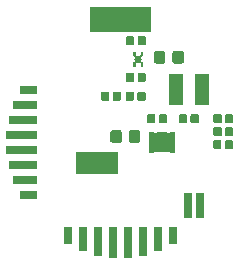
<source format=gbr>
G04 #@! TF.GenerationSoftware,KiCad,Pcbnew,(5.1.5-0-10_14)*
G04 #@! TF.CreationDate,2021-05-03T17:37:28-04:00*
G04 #@! TF.ProjectId,ESLO_RB2,45534c4f-5f52-4423-922e-6b696361645f,rev?*
G04 #@! TF.SameCoordinates,Original*
G04 #@! TF.FileFunction,Soldermask,Bot*
G04 #@! TF.FilePolarity,Negative*
%FSLAX46Y46*%
G04 Gerber Fmt 4.6, Leading zero omitted, Abs format (unit mm)*
G04 Created by KiCad (PCBNEW (5.1.5-0-10_14)) date 2021-05-03 17:37:28*
%MOMM*%
%LPD*%
G04 APERTURE LIST*
%ADD10C,0.100000*%
G04 APERTURE END LIST*
D10*
G36*
X216691000Y-98501000D02*
G01*
X215989000Y-98501000D01*
X215989000Y-95899000D01*
X216691000Y-95899000D01*
X216691000Y-98501000D01*
G37*
G36*
X215421000Y-98501000D02*
G01*
X214719000Y-98501000D01*
X214719000Y-95899000D01*
X215421000Y-95899000D01*
X215421000Y-98501000D01*
G37*
G36*
X217961000Y-98301000D02*
G01*
X217259000Y-98301000D01*
X217259000Y-95899000D01*
X217961000Y-95899000D01*
X217961000Y-98301000D01*
G37*
G36*
X214151000Y-98301000D02*
G01*
X213449000Y-98301000D01*
X213449000Y-95899000D01*
X214151000Y-95899000D01*
X214151000Y-98301000D01*
G37*
G36*
X212881000Y-97901000D02*
G01*
X212179000Y-97901000D01*
X212179000Y-95899000D01*
X212881000Y-95899000D01*
X212881000Y-97901000D01*
G37*
G36*
X219231000Y-97901000D02*
G01*
X218529000Y-97901000D01*
X218529000Y-95899000D01*
X219231000Y-95899000D01*
X219231000Y-97901000D01*
G37*
G36*
X220501000Y-97301000D02*
G01*
X219799000Y-97301000D01*
X219799000Y-95899000D01*
X220501000Y-95899000D01*
X220501000Y-97301000D01*
G37*
G36*
X211611000Y-97301000D02*
G01*
X210909000Y-97301000D01*
X210909000Y-95899000D01*
X211611000Y-95899000D01*
X211611000Y-97301000D01*
G37*
G36*
X221751000Y-95101000D02*
G01*
X221049000Y-95101000D01*
X221049000Y-92999000D01*
X221751000Y-92999000D01*
X221751000Y-95101000D01*
G37*
G36*
X222751000Y-95101000D02*
G01*
X222049000Y-95101000D01*
X222049000Y-92999000D01*
X222751000Y-92999000D01*
X222751000Y-95101000D01*
G37*
G36*
X208631000Y-93481000D02*
G01*
X207229000Y-93481000D01*
X207229000Y-92779000D01*
X208631000Y-92779000D01*
X208631000Y-93481000D01*
G37*
G36*
X208631000Y-92211000D02*
G01*
X206629000Y-92211000D01*
X206629000Y-91509000D01*
X208631000Y-91509000D01*
X208631000Y-92211000D01*
G37*
G36*
X215451000Y-91401000D02*
G01*
X211949000Y-91401000D01*
X211949000Y-89499000D01*
X215451000Y-89499000D01*
X215451000Y-91401000D01*
G37*
G36*
X208631000Y-90941000D02*
G01*
X206229000Y-90941000D01*
X206229000Y-90239000D01*
X208631000Y-90239000D01*
X208631000Y-90941000D01*
G37*
G36*
X208631000Y-89671000D02*
G01*
X206029000Y-89671000D01*
X206029000Y-88969000D01*
X208631000Y-88969000D01*
X208631000Y-89671000D01*
G37*
G36*
X218505202Y-87800683D02*
G01*
X218515735Y-87803878D01*
X218525443Y-87809068D01*
X218533951Y-87816049D01*
X218540932Y-87824557D01*
X218550092Y-87841694D01*
X218553064Y-87848866D01*
X218566681Y-87869239D01*
X218584010Y-87886564D01*
X218604386Y-87900175D01*
X218627026Y-87909549D01*
X218651060Y-87914327D01*
X218675564Y-87914324D01*
X218699596Y-87909540D01*
X218722234Y-87900160D01*
X218742597Y-87886551D01*
X218744001Y-87885399D01*
X218780716Y-87865774D01*
X218820566Y-87853686D01*
X218868141Y-87849000D01*
X219531859Y-87849000D01*
X219579434Y-87853686D01*
X219619284Y-87865774D01*
X219655999Y-87885399D01*
X219657403Y-87886551D01*
X219677777Y-87900166D01*
X219700415Y-87909544D01*
X219724448Y-87914325D01*
X219748952Y-87914325D01*
X219772986Y-87909546D01*
X219795625Y-87900169D01*
X219816000Y-87886556D01*
X219833327Y-87869229D01*
X219846942Y-87848855D01*
X219849912Y-87841686D01*
X219859068Y-87824557D01*
X219866049Y-87816049D01*
X219874557Y-87809068D01*
X219884265Y-87803878D01*
X219894798Y-87800683D01*
X219911888Y-87799000D01*
X220263112Y-87799000D01*
X220280202Y-87800683D01*
X220290735Y-87803878D01*
X220300443Y-87809068D01*
X220308951Y-87816049D01*
X220315932Y-87824557D01*
X220321122Y-87834265D01*
X220324317Y-87844798D01*
X220326000Y-87861888D01*
X220326000Y-88238112D01*
X220324317Y-88255202D01*
X220321122Y-88265735D01*
X220315932Y-88275443D01*
X220303371Y-88290749D01*
X220298417Y-88295704D01*
X220284803Y-88316079D01*
X220275427Y-88338718D01*
X220270647Y-88362751D01*
X220270647Y-88387255D01*
X220275428Y-88411288D01*
X220284806Y-88433927D01*
X220298420Y-88454301D01*
X220303378Y-88459259D01*
X220315932Y-88474557D01*
X220321122Y-88484265D01*
X220324317Y-88494798D01*
X220326000Y-88511888D01*
X220326000Y-88888112D01*
X220324317Y-88905202D01*
X220321122Y-88915735D01*
X220315932Y-88925443D01*
X220303371Y-88940749D01*
X220298417Y-88945704D01*
X220284803Y-88966079D01*
X220275427Y-88988718D01*
X220270647Y-89012751D01*
X220270647Y-89037255D01*
X220275428Y-89061288D01*
X220284806Y-89083927D01*
X220298420Y-89104301D01*
X220303378Y-89109259D01*
X220315932Y-89124557D01*
X220321122Y-89134265D01*
X220324317Y-89144798D01*
X220326000Y-89161888D01*
X220326000Y-89538112D01*
X220324317Y-89555202D01*
X220321122Y-89565735D01*
X220315932Y-89575443D01*
X220308951Y-89583951D01*
X220300443Y-89590932D01*
X220290735Y-89596122D01*
X220280202Y-89599317D01*
X220263112Y-89601000D01*
X219911888Y-89601000D01*
X219894798Y-89599317D01*
X219884265Y-89596122D01*
X219874557Y-89590932D01*
X219866049Y-89583951D01*
X219859068Y-89575443D01*
X219849908Y-89558306D01*
X219846936Y-89551134D01*
X219833319Y-89530761D01*
X219815990Y-89513436D01*
X219795614Y-89499825D01*
X219772974Y-89490451D01*
X219748940Y-89485673D01*
X219724436Y-89485676D01*
X219700404Y-89490460D01*
X219677766Y-89499840D01*
X219657403Y-89513449D01*
X219655999Y-89514601D01*
X219619284Y-89534226D01*
X219579434Y-89546314D01*
X219531859Y-89551000D01*
X218868141Y-89551000D01*
X218820566Y-89546314D01*
X218780716Y-89534226D01*
X218744001Y-89514601D01*
X218742597Y-89513449D01*
X218722223Y-89499834D01*
X218699585Y-89490456D01*
X218675552Y-89485675D01*
X218651048Y-89485675D01*
X218627014Y-89490454D01*
X218604375Y-89499831D01*
X218584000Y-89513444D01*
X218566673Y-89530771D01*
X218553058Y-89551145D01*
X218550088Y-89558314D01*
X218540932Y-89575443D01*
X218533951Y-89583951D01*
X218525443Y-89590932D01*
X218515735Y-89596122D01*
X218505202Y-89599317D01*
X218488112Y-89601000D01*
X218136888Y-89601000D01*
X218119798Y-89599317D01*
X218109265Y-89596122D01*
X218099557Y-89590932D01*
X218091049Y-89583951D01*
X218084068Y-89575443D01*
X218078878Y-89565735D01*
X218075683Y-89555202D01*
X218074000Y-89538112D01*
X218074000Y-89161888D01*
X218075683Y-89144798D01*
X218078878Y-89134265D01*
X218084068Y-89124557D01*
X218096629Y-89109251D01*
X218101583Y-89104296D01*
X218115197Y-89083921D01*
X218124573Y-89061282D01*
X218129353Y-89037249D01*
X218129353Y-89012745D01*
X218124572Y-88988712D01*
X218115194Y-88966073D01*
X218101580Y-88945699D01*
X218096622Y-88940741D01*
X218084068Y-88925443D01*
X218078878Y-88915735D01*
X218075683Y-88905202D01*
X218074000Y-88888112D01*
X218074000Y-88511888D01*
X218075683Y-88494798D01*
X218078878Y-88484265D01*
X218084068Y-88474557D01*
X218096629Y-88459251D01*
X218101583Y-88454296D01*
X218115197Y-88433921D01*
X218124573Y-88411282D01*
X218129353Y-88387249D01*
X218129353Y-88362745D01*
X218124572Y-88338712D01*
X218115194Y-88316073D01*
X218101580Y-88295699D01*
X218096622Y-88290741D01*
X218084068Y-88275443D01*
X218078878Y-88265735D01*
X218075683Y-88255202D01*
X218074000Y-88238112D01*
X218074000Y-87861888D01*
X218075683Y-87844798D01*
X218078878Y-87834265D01*
X218084068Y-87824557D01*
X218091049Y-87816049D01*
X218099557Y-87809068D01*
X218109265Y-87803878D01*
X218119798Y-87800683D01*
X218136888Y-87799000D01*
X218488112Y-87799000D01*
X218505202Y-87800683D01*
G37*
G36*
X225126938Y-88531716D02*
G01*
X225147557Y-88537971D01*
X225166553Y-88548124D01*
X225183208Y-88561792D01*
X225196876Y-88578447D01*
X225207029Y-88597443D01*
X225213284Y-88618062D01*
X225216000Y-88645640D01*
X225216000Y-89154360D01*
X225213284Y-89181938D01*
X225207029Y-89202557D01*
X225196876Y-89221553D01*
X225183208Y-89238208D01*
X225166553Y-89251876D01*
X225147557Y-89262029D01*
X225126938Y-89268284D01*
X225099360Y-89271000D01*
X224640640Y-89271000D01*
X224613062Y-89268284D01*
X224592443Y-89262029D01*
X224573447Y-89251876D01*
X224556792Y-89238208D01*
X224543124Y-89221553D01*
X224532971Y-89202557D01*
X224526716Y-89181938D01*
X224524000Y-89154360D01*
X224524000Y-88645640D01*
X224526716Y-88618062D01*
X224532971Y-88597443D01*
X224543124Y-88578447D01*
X224556792Y-88561792D01*
X224573447Y-88548124D01*
X224592443Y-88537971D01*
X224613062Y-88531716D01*
X224640640Y-88529000D01*
X225099360Y-88529000D01*
X225126938Y-88531716D01*
G37*
G36*
X224156938Y-88531716D02*
G01*
X224177557Y-88537971D01*
X224196553Y-88548124D01*
X224213208Y-88561792D01*
X224226876Y-88578447D01*
X224237029Y-88597443D01*
X224243284Y-88618062D01*
X224246000Y-88645640D01*
X224246000Y-89154360D01*
X224243284Y-89181938D01*
X224237029Y-89202557D01*
X224226876Y-89221553D01*
X224213208Y-89238208D01*
X224196553Y-89251876D01*
X224177557Y-89262029D01*
X224156938Y-89268284D01*
X224129360Y-89271000D01*
X223670640Y-89271000D01*
X223643062Y-89268284D01*
X223622443Y-89262029D01*
X223603447Y-89251876D01*
X223586792Y-89238208D01*
X223573124Y-89221553D01*
X223562971Y-89202557D01*
X223556716Y-89181938D01*
X223554000Y-89154360D01*
X223554000Y-88645640D01*
X223556716Y-88618062D01*
X223562971Y-88597443D01*
X223573124Y-88578447D01*
X223586792Y-88561792D01*
X223603447Y-88548124D01*
X223622443Y-88537971D01*
X223643062Y-88531716D01*
X223670640Y-88529000D01*
X224129360Y-88529000D01*
X224156938Y-88531716D01*
G37*
G36*
X217242091Y-87678085D02*
G01*
X217276069Y-87688393D01*
X217307390Y-87705134D01*
X217334839Y-87727661D01*
X217357366Y-87755110D01*
X217374107Y-87786431D01*
X217384415Y-87820409D01*
X217388500Y-87861890D01*
X217388500Y-88538110D01*
X217384415Y-88579591D01*
X217374107Y-88613569D01*
X217357366Y-88644890D01*
X217334839Y-88672339D01*
X217307390Y-88694866D01*
X217276069Y-88711607D01*
X217242091Y-88721915D01*
X217200610Y-88726000D01*
X216599390Y-88726000D01*
X216557909Y-88721915D01*
X216523931Y-88711607D01*
X216492610Y-88694866D01*
X216465161Y-88672339D01*
X216442634Y-88644890D01*
X216425893Y-88613569D01*
X216415585Y-88579591D01*
X216411500Y-88538110D01*
X216411500Y-87861890D01*
X216415585Y-87820409D01*
X216425893Y-87786431D01*
X216442634Y-87755110D01*
X216465161Y-87727661D01*
X216492610Y-87705134D01*
X216523931Y-87688393D01*
X216557909Y-87678085D01*
X216599390Y-87674000D01*
X217200610Y-87674000D01*
X217242091Y-87678085D01*
G37*
G36*
X215667091Y-87678085D02*
G01*
X215701069Y-87688393D01*
X215732390Y-87705134D01*
X215759839Y-87727661D01*
X215782366Y-87755110D01*
X215799107Y-87786431D01*
X215809415Y-87820409D01*
X215813500Y-87861890D01*
X215813500Y-88538110D01*
X215809415Y-88579591D01*
X215799107Y-88613569D01*
X215782366Y-88644890D01*
X215759839Y-88672339D01*
X215732390Y-88694866D01*
X215701069Y-88711607D01*
X215667091Y-88721915D01*
X215625610Y-88726000D01*
X215024390Y-88726000D01*
X214982909Y-88721915D01*
X214948931Y-88711607D01*
X214917610Y-88694866D01*
X214890161Y-88672339D01*
X214867634Y-88644890D01*
X214850893Y-88613569D01*
X214840585Y-88579591D01*
X214836500Y-88538110D01*
X214836500Y-87861890D01*
X214840585Y-87820409D01*
X214850893Y-87786431D01*
X214867634Y-87755110D01*
X214890161Y-87727661D01*
X214917610Y-87705134D01*
X214948931Y-87688393D01*
X214982909Y-87678085D01*
X215024390Y-87674000D01*
X215625610Y-87674000D01*
X215667091Y-87678085D01*
G37*
G36*
X208631000Y-88401000D02*
G01*
X206029000Y-88401000D01*
X206029000Y-87699000D01*
X208631000Y-87699000D01*
X208631000Y-88401000D01*
G37*
G36*
X225141938Y-87431716D02*
G01*
X225162557Y-87437971D01*
X225181553Y-87448124D01*
X225198208Y-87461792D01*
X225211876Y-87478447D01*
X225222029Y-87497443D01*
X225228284Y-87518062D01*
X225231000Y-87545640D01*
X225231000Y-88054360D01*
X225228284Y-88081938D01*
X225222029Y-88102557D01*
X225211876Y-88121553D01*
X225198208Y-88138208D01*
X225181553Y-88151876D01*
X225162557Y-88162029D01*
X225141938Y-88168284D01*
X225114360Y-88171000D01*
X224655640Y-88171000D01*
X224628062Y-88168284D01*
X224607443Y-88162029D01*
X224588447Y-88151876D01*
X224571792Y-88138208D01*
X224558124Y-88121553D01*
X224547971Y-88102557D01*
X224541716Y-88081938D01*
X224539000Y-88054360D01*
X224539000Y-87545640D01*
X224541716Y-87518062D01*
X224547971Y-87497443D01*
X224558124Y-87478447D01*
X224571792Y-87461792D01*
X224588447Y-87448124D01*
X224607443Y-87437971D01*
X224628062Y-87431716D01*
X224655640Y-87429000D01*
X225114360Y-87429000D01*
X225141938Y-87431716D01*
G37*
G36*
X224171938Y-87431716D02*
G01*
X224192557Y-87437971D01*
X224211553Y-87448124D01*
X224228208Y-87461792D01*
X224241876Y-87478447D01*
X224252029Y-87497443D01*
X224258284Y-87518062D01*
X224261000Y-87545640D01*
X224261000Y-88054360D01*
X224258284Y-88081938D01*
X224252029Y-88102557D01*
X224241876Y-88121553D01*
X224228208Y-88138208D01*
X224211553Y-88151876D01*
X224192557Y-88162029D01*
X224171938Y-88168284D01*
X224144360Y-88171000D01*
X223685640Y-88171000D01*
X223658062Y-88168284D01*
X223637443Y-88162029D01*
X223618447Y-88151876D01*
X223601792Y-88138208D01*
X223588124Y-88121553D01*
X223577971Y-88102557D01*
X223571716Y-88081938D01*
X223569000Y-88054360D01*
X223569000Y-87545640D01*
X223571716Y-87518062D01*
X223577971Y-87497443D01*
X223588124Y-87478447D01*
X223601792Y-87461792D01*
X223618447Y-87448124D01*
X223637443Y-87437971D01*
X223658062Y-87431716D01*
X223685640Y-87429000D01*
X224144360Y-87429000D01*
X224171938Y-87431716D01*
G37*
G36*
X208631000Y-87131000D02*
G01*
X206229000Y-87131000D01*
X206229000Y-86429000D01*
X208631000Y-86429000D01*
X208631000Y-87131000D01*
G37*
G36*
X219541938Y-86331716D02*
G01*
X219562557Y-86337971D01*
X219581553Y-86348124D01*
X219598208Y-86361792D01*
X219611876Y-86378447D01*
X219622029Y-86397443D01*
X219628284Y-86418062D01*
X219631000Y-86445640D01*
X219631000Y-86954360D01*
X219628284Y-86981938D01*
X219622029Y-87002557D01*
X219611876Y-87021553D01*
X219598208Y-87038208D01*
X219581553Y-87051876D01*
X219562557Y-87062029D01*
X219541938Y-87068284D01*
X219514360Y-87071000D01*
X219055640Y-87071000D01*
X219028062Y-87068284D01*
X219007443Y-87062029D01*
X218988447Y-87051876D01*
X218971792Y-87038208D01*
X218958124Y-87021553D01*
X218947971Y-87002557D01*
X218941716Y-86981938D01*
X218939000Y-86954360D01*
X218939000Y-86445640D01*
X218941716Y-86418062D01*
X218947971Y-86397443D01*
X218958124Y-86378447D01*
X218971792Y-86361792D01*
X218988447Y-86348124D01*
X219007443Y-86337971D01*
X219028062Y-86331716D01*
X219055640Y-86329000D01*
X219514360Y-86329000D01*
X219541938Y-86331716D01*
G37*
G36*
X218571938Y-86331716D02*
G01*
X218592557Y-86337971D01*
X218611553Y-86348124D01*
X218628208Y-86361792D01*
X218641876Y-86378447D01*
X218652029Y-86397443D01*
X218658284Y-86418062D01*
X218661000Y-86445640D01*
X218661000Y-86954360D01*
X218658284Y-86981938D01*
X218652029Y-87002557D01*
X218641876Y-87021553D01*
X218628208Y-87038208D01*
X218611553Y-87051876D01*
X218592557Y-87062029D01*
X218571938Y-87068284D01*
X218544360Y-87071000D01*
X218085640Y-87071000D01*
X218058062Y-87068284D01*
X218037443Y-87062029D01*
X218018447Y-87051876D01*
X218001792Y-87038208D01*
X217988124Y-87021553D01*
X217977971Y-87002557D01*
X217971716Y-86981938D01*
X217969000Y-86954360D01*
X217969000Y-86445640D01*
X217971716Y-86418062D01*
X217977971Y-86397443D01*
X217988124Y-86378447D01*
X218001792Y-86361792D01*
X218018447Y-86348124D01*
X218037443Y-86337971D01*
X218058062Y-86331716D01*
X218085640Y-86329000D01*
X218544360Y-86329000D01*
X218571938Y-86331716D01*
G37*
G36*
X222226938Y-86331716D02*
G01*
X222247557Y-86337971D01*
X222266553Y-86348124D01*
X222283208Y-86361792D01*
X222296876Y-86378447D01*
X222307029Y-86397443D01*
X222313284Y-86418062D01*
X222316000Y-86445640D01*
X222316000Y-86954360D01*
X222313284Y-86981938D01*
X222307029Y-87002557D01*
X222296876Y-87021553D01*
X222283208Y-87038208D01*
X222266553Y-87051876D01*
X222247557Y-87062029D01*
X222226938Y-87068284D01*
X222199360Y-87071000D01*
X221740640Y-87071000D01*
X221713062Y-87068284D01*
X221692443Y-87062029D01*
X221673447Y-87051876D01*
X221656792Y-87038208D01*
X221643124Y-87021553D01*
X221632971Y-87002557D01*
X221626716Y-86981938D01*
X221624000Y-86954360D01*
X221624000Y-86445640D01*
X221626716Y-86418062D01*
X221632971Y-86397443D01*
X221643124Y-86378447D01*
X221656792Y-86361792D01*
X221673447Y-86348124D01*
X221692443Y-86337971D01*
X221713062Y-86331716D01*
X221740640Y-86329000D01*
X222199360Y-86329000D01*
X222226938Y-86331716D01*
G37*
G36*
X224171938Y-86331716D02*
G01*
X224192557Y-86337971D01*
X224211553Y-86348124D01*
X224228208Y-86361792D01*
X224241876Y-86378447D01*
X224252029Y-86397443D01*
X224258284Y-86418062D01*
X224261000Y-86445640D01*
X224261000Y-86954360D01*
X224258284Y-86981938D01*
X224252029Y-87002557D01*
X224241876Y-87021553D01*
X224228208Y-87038208D01*
X224211553Y-87051876D01*
X224192557Y-87062029D01*
X224171938Y-87068284D01*
X224144360Y-87071000D01*
X223685640Y-87071000D01*
X223658062Y-87068284D01*
X223637443Y-87062029D01*
X223618447Y-87051876D01*
X223601792Y-87038208D01*
X223588124Y-87021553D01*
X223577971Y-87002557D01*
X223571716Y-86981938D01*
X223569000Y-86954360D01*
X223569000Y-86445640D01*
X223571716Y-86418062D01*
X223577971Y-86397443D01*
X223588124Y-86378447D01*
X223601792Y-86361792D01*
X223618447Y-86348124D01*
X223637443Y-86337971D01*
X223658062Y-86331716D01*
X223685640Y-86329000D01*
X224144360Y-86329000D01*
X224171938Y-86331716D01*
G37*
G36*
X225141938Y-86331716D02*
G01*
X225162557Y-86337971D01*
X225181553Y-86348124D01*
X225198208Y-86361792D01*
X225211876Y-86378447D01*
X225222029Y-86397443D01*
X225228284Y-86418062D01*
X225231000Y-86445640D01*
X225231000Y-86954360D01*
X225228284Y-86981938D01*
X225222029Y-87002557D01*
X225211876Y-87021553D01*
X225198208Y-87038208D01*
X225181553Y-87051876D01*
X225162557Y-87062029D01*
X225141938Y-87068284D01*
X225114360Y-87071000D01*
X224655640Y-87071000D01*
X224628062Y-87068284D01*
X224607443Y-87062029D01*
X224588447Y-87051876D01*
X224571792Y-87038208D01*
X224558124Y-87021553D01*
X224547971Y-87002557D01*
X224541716Y-86981938D01*
X224539000Y-86954360D01*
X224539000Y-86445640D01*
X224541716Y-86418062D01*
X224547971Y-86397443D01*
X224558124Y-86378447D01*
X224571792Y-86361792D01*
X224588447Y-86348124D01*
X224607443Y-86337971D01*
X224628062Y-86331716D01*
X224655640Y-86329000D01*
X225114360Y-86329000D01*
X225141938Y-86331716D01*
G37*
G36*
X221256938Y-86331716D02*
G01*
X221277557Y-86337971D01*
X221296553Y-86348124D01*
X221313208Y-86361792D01*
X221326876Y-86378447D01*
X221337029Y-86397443D01*
X221343284Y-86418062D01*
X221346000Y-86445640D01*
X221346000Y-86954360D01*
X221343284Y-86981938D01*
X221337029Y-87002557D01*
X221326876Y-87021553D01*
X221313208Y-87038208D01*
X221296553Y-87051876D01*
X221277557Y-87062029D01*
X221256938Y-87068284D01*
X221229360Y-87071000D01*
X220770640Y-87071000D01*
X220743062Y-87068284D01*
X220722443Y-87062029D01*
X220703447Y-87051876D01*
X220686792Y-87038208D01*
X220673124Y-87021553D01*
X220662971Y-87002557D01*
X220656716Y-86981938D01*
X220654000Y-86954360D01*
X220654000Y-86445640D01*
X220656716Y-86418062D01*
X220662971Y-86397443D01*
X220673124Y-86378447D01*
X220686792Y-86361792D01*
X220703447Y-86348124D01*
X220722443Y-86337971D01*
X220743062Y-86331716D01*
X220770640Y-86329000D01*
X221229360Y-86329000D01*
X221256938Y-86331716D01*
G37*
G36*
X208631000Y-85861000D02*
G01*
X206629000Y-85861000D01*
X206629000Y-85159000D01*
X208631000Y-85159000D01*
X208631000Y-85861000D01*
G37*
G36*
X223181000Y-85526000D02*
G01*
X222019000Y-85526000D01*
X222019000Y-82874000D01*
X223181000Y-82874000D01*
X223181000Y-85526000D01*
G37*
G36*
X220981000Y-85526000D02*
G01*
X219819000Y-85526000D01*
X219819000Y-82874000D01*
X220981000Y-82874000D01*
X220981000Y-85526000D01*
G37*
G36*
X216756938Y-84431716D02*
G01*
X216777557Y-84437971D01*
X216796553Y-84448124D01*
X216813208Y-84461792D01*
X216826876Y-84478447D01*
X216837029Y-84497443D01*
X216843284Y-84518062D01*
X216846000Y-84545640D01*
X216846000Y-85054360D01*
X216843284Y-85081938D01*
X216837029Y-85102557D01*
X216826876Y-85121553D01*
X216813208Y-85138208D01*
X216796553Y-85151876D01*
X216777557Y-85162029D01*
X216756938Y-85168284D01*
X216729360Y-85171000D01*
X216270640Y-85171000D01*
X216243062Y-85168284D01*
X216222443Y-85162029D01*
X216203447Y-85151876D01*
X216186792Y-85138208D01*
X216173124Y-85121553D01*
X216162971Y-85102557D01*
X216156716Y-85081938D01*
X216154000Y-85054360D01*
X216154000Y-84545640D01*
X216156716Y-84518062D01*
X216162971Y-84497443D01*
X216173124Y-84478447D01*
X216186792Y-84461792D01*
X216203447Y-84448124D01*
X216222443Y-84437971D01*
X216243062Y-84431716D01*
X216270640Y-84429000D01*
X216729360Y-84429000D01*
X216756938Y-84431716D01*
G37*
G36*
X217726938Y-84431716D02*
G01*
X217747557Y-84437971D01*
X217766553Y-84448124D01*
X217783208Y-84461792D01*
X217796876Y-84478447D01*
X217807029Y-84497443D01*
X217813284Y-84518062D01*
X217816000Y-84545640D01*
X217816000Y-85054360D01*
X217813284Y-85081938D01*
X217807029Y-85102557D01*
X217796876Y-85121553D01*
X217783208Y-85138208D01*
X217766553Y-85151876D01*
X217747557Y-85162029D01*
X217726938Y-85168284D01*
X217699360Y-85171000D01*
X217240640Y-85171000D01*
X217213062Y-85168284D01*
X217192443Y-85162029D01*
X217173447Y-85151876D01*
X217156792Y-85138208D01*
X217143124Y-85121553D01*
X217132971Y-85102557D01*
X217126716Y-85081938D01*
X217124000Y-85054360D01*
X217124000Y-84545640D01*
X217126716Y-84518062D01*
X217132971Y-84497443D01*
X217143124Y-84478447D01*
X217156792Y-84461792D01*
X217173447Y-84448124D01*
X217192443Y-84437971D01*
X217213062Y-84431716D01*
X217240640Y-84429000D01*
X217699360Y-84429000D01*
X217726938Y-84431716D01*
G37*
G36*
X215641938Y-84431716D02*
G01*
X215662557Y-84437971D01*
X215681553Y-84448124D01*
X215698208Y-84461792D01*
X215711876Y-84478447D01*
X215722029Y-84497443D01*
X215728284Y-84518062D01*
X215731000Y-84545640D01*
X215731000Y-85054360D01*
X215728284Y-85081938D01*
X215722029Y-85102557D01*
X215711876Y-85121553D01*
X215698208Y-85138208D01*
X215681553Y-85151876D01*
X215662557Y-85162029D01*
X215641938Y-85168284D01*
X215614360Y-85171000D01*
X215155640Y-85171000D01*
X215128062Y-85168284D01*
X215107443Y-85162029D01*
X215088447Y-85151876D01*
X215071792Y-85138208D01*
X215058124Y-85121553D01*
X215047971Y-85102557D01*
X215041716Y-85081938D01*
X215039000Y-85054360D01*
X215039000Y-84545640D01*
X215041716Y-84518062D01*
X215047971Y-84497443D01*
X215058124Y-84478447D01*
X215071792Y-84461792D01*
X215088447Y-84448124D01*
X215107443Y-84437971D01*
X215128062Y-84431716D01*
X215155640Y-84429000D01*
X215614360Y-84429000D01*
X215641938Y-84431716D01*
G37*
G36*
X214671938Y-84431716D02*
G01*
X214692557Y-84437971D01*
X214711553Y-84448124D01*
X214728208Y-84461792D01*
X214741876Y-84478447D01*
X214752029Y-84497443D01*
X214758284Y-84518062D01*
X214761000Y-84545640D01*
X214761000Y-85054360D01*
X214758284Y-85081938D01*
X214752029Y-85102557D01*
X214741876Y-85121553D01*
X214728208Y-85138208D01*
X214711553Y-85151876D01*
X214692557Y-85162029D01*
X214671938Y-85168284D01*
X214644360Y-85171000D01*
X214185640Y-85171000D01*
X214158062Y-85168284D01*
X214137443Y-85162029D01*
X214118447Y-85151876D01*
X214101792Y-85138208D01*
X214088124Y-85121553D01*
X214077971Y-85102557D01*
X214071716Y-85081938D01*
X214069000Y-85054360D01*
X214069000Y-84545640D01*
X214071716Y-84518062D01*
X214077971Y-84497443D01*
X214088124Y-84478447D01*
X214101792Y-84461792D01*
X214118447Y-84448124D01*
X214137443Y-84437971D01*
X214158062Y-84431716D01*
X214185640Y-84429000D01*
X214644360Y-84429000D01*
X214671938Y-84431716D01*
G37*
G36*
X208631000Y-84591000D02*
G01*
X207229000Y-84591000D01*
X207229000Y-83889000D01*
X208631000Y-83889000D01*
X208631000Y-84591000D01*
G37*
G36*
X216771938Y-82831716D02*
G01*
X216792557Y-82837971D01*
X216811553Y-82848124D01*
X216828208Y-82861792D01*
X216841876Y-82878447D01*
X216852029Y-82897443D01*
X216858284Y-82918062D01*
X216861000Y-82945640D01*
X216861000Y-83454360D01*
X216858284Y-83481938D01*
X216852029Y-83502557D01*
X216841876Y-83521553D01*
X216828208Y-83538208D01*
X216811553Y-83551876D01*
X216792557Y-83562029D01*
X216771938Y-83568284D01*
X216744360Y-83571000D01*
X216285640Y-83571000D01*
X216258062Y-83568284D01*
X216237443Y-83562029D01*
X216218447Y-83551876D01*
X216201792Y-83538208D01*
X216188124Y-83521553D01*
X216177971Y-83502557D01*
X216171716Y-83481938D01*
X216169000Y-83454360D01*
X216169000Y-82945640D01*
X216171716Y-82918062D01*
X216177971Y-82897443D01*
X216188124Y-82878447D01*
X216201792Y-82861792D01*
X216218447Y-82848124D01*
X216237443Y-82837971D01*
X216258062Y-82831716D01*
X216285640Y-82829000D01*
X216744360Y-82829000D01*
X216771938Y-82831716D01*
G37*
G36*
X217741938Y-82831716D02*
G01*
X217762557Y-82837971D01*
X217781553Y-82848124D01*
X217798208Y-82861792D01*
X217811876Y-82878447D01*
X217822029Y-82897443D01*
X217828284Y-82918062D01*
X217831000Y-82945640D01*
X217831000Y-83454360D01*
X217828284Y-83481938D01*
X217822029Y-83502557D01*
X217811876Y-83521553D01*
X217798208Y-83538208D01*
X217781553Y-83551876D01*
X217762557Y-83562029D01*
X217741938Y-83568284D01*
X217714360Y-83571000D01*
X217255640Y-83571000D01*
X217228062Y-83568284D01*
X217207443Y-83562029D01*
X217188447Y-83551876D01*
X217171792Y-83538208D01*
X217158124Y-83521553D01*
X217147971Y-83502557D01*
X217141716Y-83481938D01*
X217139000Y-83454360D01*
X217139000Y-82945640D01*
X217141716Y-82918062D01*
X217147971Y-82897443D01*
X217158124Y-82878447D01*
X217171792Y-82861792D01*
X217188447Y-82848124D01*
X217207443Y-82837971D01*
X217228062Y-82831716D01*
X217255640Y-82829000D01*
X217714360Y-82829000D01*
X217741938Y-82831716D01*
G37*
G36*
X216979999Y-81059999D02*
G01*
X216980001Y-81060001D01*
X216980605Y-81066137D01*
X216980605Y-81233857D01*
X216980310Y-81236852D01*
X216980310Y-81261356D01*
X216985090Y-81285390D01*
X216994467Y-81308028D01*
X217008080Y-81328403D01*
X217025407Y-81345730D01*
X217045781Y-81359344D01*
X217068420Y-81368722D01*
X217092453Y-81373503D01*
X217116957Y-81373503D01*
X217140991Y-81368723D01*
X217163629Y-81359346D01*
X217184004Y-81345733D01*
X217193095Y-81337494D01*
X217200000Y-81330589D01*
X217206905Y-81337494D01*
X217225847Y-81353039D01*
X217247458Y-81364590D01*
X217270907Y-81371703D01*
X217295293Y-81374105D01*
X217319679Y-81371703D01*
X217343128Y-81364590D01*
X217364739Y-81353039D01*
X217383681Y-81337494D01*
X217399226Y-81318552D01*
X217410777Y-81296941D01*
X217417890Y-81273492D01*
X217420292Y-81249106D01*
X217419690Y-81236852D01*
X217419395Y-81233857D01*
X217419395Y-81066137D01*
X217419999Y-81060001D01*
X217420001Y-81059999D01*
X217426137Y-81059395D01*
X217623863Y-81059395D01*
X217629999Y-81059999D01*
X217630001Y-81060001D01*
X217630605Y-81066137D01*
X217630605Y-81413863D01*
X217630001Y-81419999D01*
X217629999Y-81420001D01*
X217623863Y-81420605D01*
X217606143Y-81420605D01*
X217603148Y-81420310D01*
X217578644Y-81420310D01*
X217554610Y-81425090D01*
X217531972Y-81434467D01*
X217511597Y-81448080D01*
X217494270Y-81465407D01*
X217480656Y-81485781D01*
X217471278Y-81508420D01*
X217466497Y-81532453D01*
X217466497Y-81556957D01*
X217471277Y-81580991D01*
X217480654Y-81603629D01*
X217494267Y-81624004D01*
X217502506Y-81633095D01*
X217539411Y-81670000D01*
X217502506Y-81706905D01*
X217486961Y-81725847D01*
X217475410Y-81747458D01*
X217468297Y-81770907D01*
X217465895Y-81795293D01*
X217468297Y-81819679D01*
X217475410Y-81843128D01*
X217486961Y-81864739D01*
X217502506Y-81883681D01*
X217521448Y-81899226D01*
X217543059Y-81910777D01*
X217566508Y-81917890D01*
X217590894Y-81920292D01*
X217603148Y-81919690D01*
X217606143Y-81919395D01*
X217623863Y-81919395D01*
X217629999Y-81919999D01*
X217630001Y-81920001D01*
X217630605Y-81926137D01*
X217630605Y-82273863D01*
X217630001Y-82279999D01*
X217629999Y-82280001D01*
X217623863Y-82280605D01*
X217426137Y-82280605D01*
X217420001Y-82280001D01*
X217419999Y-82279999D01*
X217419395Y-82273863D01*
X217419395Y-82106143D01*
X217419690Y-82103148D01*
X217419690Y-82078644D01*
X217414910Y-82054610D01*
X217405533Y-82031972D01*
X217391920Y-82011597D01*
X217374593Y-81994270D01*
X217354219Y-81980656D01*
X217331580Y-81971278D01*
X217307547Y-81966497D01*
X217283043Y-81966497D01*
X217259009Y-81971277D01*
X217236371Y-81980654D01*
X217215996Y-81994267D01*
X217206905Y-82002506D01*
X217200000Y-82009411D01*
X217193095Y-82002506D01*
X217174153Y-81986961D01*
X217152542Y-81975410D01*
X217129093Y-81968297D01*
X217104707Y-81965895D01*
X217080321Y-81968297D01*
X217056872Y-81975410D01*
X217035261Y-81986961D01*
X217016319Y-82002506D01*
X217000774Y-82021448D01*
X216989223Y-82043059D01*
X216982110Y-82066508D01*
X216979708Y-82090894D01*
X216980310Y-82103148D01*
X216980605Y-82106143D01*
X216980605Y-82273863D01*
X216980001Y-82279999D01*
X216979999Y-82280001D01*
X216973863Y-82280605D01*
X216776137Y-82280605D01*
X216770001Y-82280001D01*
X216769999Y-82279999D01*
X216769395Y-82273863D01*
X216769395Y-81926137D01*
X216769999Y-81920001D01*
X216770001Y-81919999D01*
X216776137Y-81919395D01*
X216793857Y-81919395D01*
X216796852Y-81919690D01*
X216821356Y-81919690D01*
X216845390Y-81914910D01*
X216868028Y-81905533D01*
X216888403Y-81891920D01*
X216905730Y-81874593D01*
X216919344Y-81854219D01*
X216928722Y-81831580D01*
X216933503Y-81807547D01*
X216933503Y-81783043D01*
X216928723Y-81759009D01*
X216919346Y-81736371D01*
X216905733Y-81715996D01*
X216897494Y-81706905D01*
X216860589Y-81670000D01*
X216897494Y-81633095D01*
X216913039Y-81614153D01*
X216924590Y-81592542D01*
X216931703Y-81569093D01*
X216934105Y-81544707D01*
X216931703Y-81520321D01*
X216924590Y-81496872D01*
X216913039Y-81475261D01*
X216897494Y-81456319D01*
X216878552Y-81440774D01*
X216856941Y-81429223D01*
X216833492Y-81422110D01*
X216809106Y-81419708D01*
X216796852Y-81420310D01*
X216793857Y-81420605D01*
X216776137Y-81420605D01*
X216770001Y-81420001D01*
X216769999Y-81419999D01*
X216769395Y-81413863D01*
X216769395Y-81066137D01*
X216769999Y-81060001D01*
X216770001Y-81059999D01*
X216776137Y-81059395D01*
X216973863Y-81059395D01*
X216979999Y-81059999D01*
G37*
G36*
X220929591Y-80978085D02*
G01*
X220963569Y-80988393D01*
X220994890Y-81005134D01*
X221022339Y-81027661D01*
X221044866Y-81055110D01*
X221061607Y-81086431D01*
X221071915Y-81120409D01*
X221076000Y-81161890D01*
X221076000Y-81838110D01*
X221071915Y-81879591D01*
X221061607Y-81913569D01*
X221044866Y-81944890D01*
X221022339Y-81972339D01*
X220994890Y-81994866D01*
X220963569Y-82011607D01*
X220929591Y-82021915D01*
X220888110Y-82026000D01*
X220286890Y-82026000D01*
X220245409Y-82021915D01*
X220211431Y-82011607D01*
X220180110Y-81994866D01*
X220152661Y-81972339D01*
X220130134Y-81944890D01*
X220113393Y-81913569D01*
X220103085Y-81879591D01*
X220099000Y-81838110D01*
X220099000Y-81161890D01*
X220103085Y-81120409D01*
X220113393Y-81086431D01*
X220130134Y-81055110D01*
X220152661Y-81027661D01*
X220180110Y-81005134D01*
X220211431Y-80988393D01*
X220245409Y-80978085D01*
X220286890Y-80974000D01*
X220888110Y-80974000D01*
X220929591Y-80978085D01*
G37*
G36*
X219354591Y-80978085D02*
G01*
X219388569Y-80988393D01*
X219419890Y-81005134D01*
X219447339Y-81027661D01*
X219469866Y-81055110D01*
X219486607Y-81086431D01*
X219496915Y-81120409D01*
X219501000Y-81161890D01*
X219501000Y-81838110D01*
X219496915Y-81879591D01*
X219486607Y-81913569D01*
X219469866Y-81944890D01*
X219447339Y-81972339D01*
X219419890Y-81994866D01*
X219388569Y-82011607D01*
X219354591Y-82021915D01*
X219313110Y-82026000D01*
X218711890Y-82026000D01*
X218670409Y-82021915D01*
X218636431Y-82011607D01*
X218605110Y-81994866D01*
X218577661Y-81972339D01*
X218555134Y-81944890D01*
X218538393Y-81913569D01*
X218528085Y-81879591D01*
X218524000Y-81838110D01*
X218524000Y-81161890D01*
X218528085Y-81120409D01*
X218538393Y-81086431D01*
X218555134Y-81055110D01*
X218577661Y-81027661D01*
X218605110Y-81005134D01*
X218636431Y-80988393D01*
X218670409Y-80978085D01*
X218711890Y-80974000D01*
X219313110Y-80974000D01*
X219354591Y-80978085D01*
G37*
G36*
X216771938Y-79731716D02*
G01*
X216792557Y-79737971D01*
X216811553Y-79748124D01*
X216828208Y-79761792D01*
X216841876Y-79778447D01*
X216852029Y-79797443D01*
X216858284Y-79818062D01*
X216861000Y-79845640D01*
X216861000Y-80354360D01*
X216858284Y-80381938D01*
X216852029Y-80402557D01*
X216841876Y-80421553D01*
X216828208Y-80438208D01*
X216811553Y-80451876D01*
X216792557Y-80462029D01*
X216771938Y-80468284D01*
X216744360Y-80471000D01*
X216285640Y-80471000D01*
X216258062Y-80468284D01*
X216237443Y-80462029D01*
X216218447Y-80451876D01*
X216201792Y-80438208D01*
X216188124Y-80421553D01*
X216177971Y-80402557D01*
X216171716Y-80381938D01*
X216169000Y-80354360D01*
X216169000Y-79845640D01*
X216171716Y-79818062D01*
X216177971Y-79797443D01*
X216188124Y-79778447D01*
X216201792Y-79761792D01*
X216218447Y-79748124D01*
X216237443Y-79737971D01*
X216258062Y-79731716D01*
X216285640Y-79729000D01*
X216744360Y-79729000D01*
X216771938Y-79731716D01*
G37*
G36*
X217741938Y-79731716D02*
G01*
X217762557Y-79737971D01*
X217781553Y-79748124D01*
X217798208Y-79761792D01*
X217811876Y-79778447D01*
X217822029Y-79797443D01*
X217828284Y-79818062D01*
X217831000Y-79845640D01*
X217831000Y-80354360D01*
X217828284Y-80381938D01*
X217822029Y-80402557D01*
X217811876Y-80421553D01*
X217798208Y-80438208D01*
X217781553Y-80451876D01*
X217762557Y-80462029D01*
X217741938Y-80468284D01*
X217714360Y-80471000D01*
X217255640Y-80471000D01*
X217228062Y-80468284D01*
X217207443Y-80462029D01*
X217188447Y-80451876D01*
X217171792Y-80438208D01*
X217158124Y-80421553D01*
X217147971Y-80402557D01*
X217141716Y-80381938D01*
X217139000Y-80354360D01*
X217139000Y-79845640D01*
X217141716Y-79818062D01*
X217147971Y-79797443D01*
X217158124Y-79778447D01*
X217171792Y-79761792D01*
X217188447Y-79748124D01*
X217207443Y-79737971D01*
X217228062Y-79731716D01*
X217255640Y-79729000D01*
X217714360Y-79729000D01*
X217741938Y-79731716D01*
G37*
G36*
X218296000Y-79351000D02*
G01*
X213104000Y-79351000D01*
X213104000Y-77249000D01*
X218296000Y-77249000D01*
X218296000Y-79351000D01*
G37*
M02*

</source>
